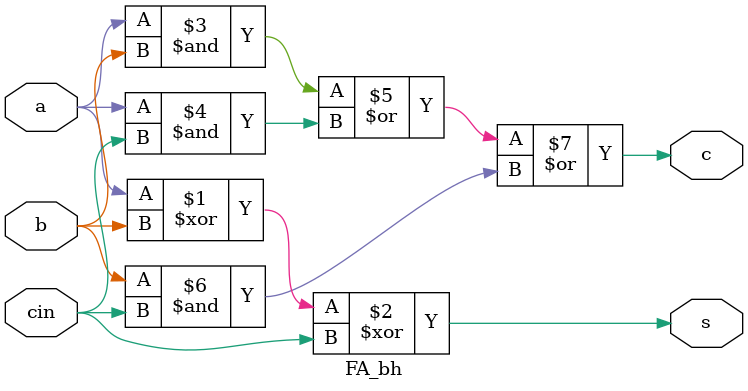
<source format=sv>
module FA_bh(s,c,a,b,cin);
  input a,b,cin;
  output s,c;
  assign s = a ^ b ^ cin;
  assign c = a&b | a&cin | b&cin;
endmodule

</source>
